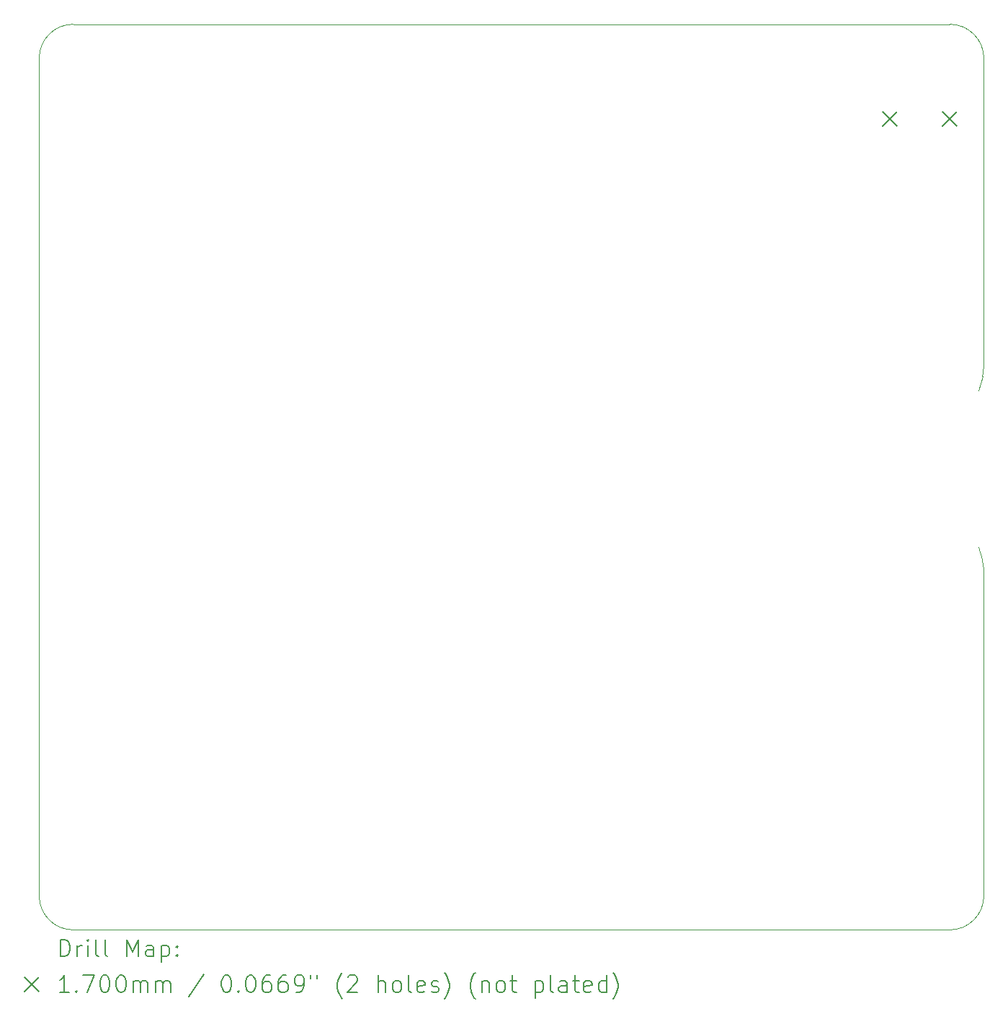
<source format=gbr>
%TF.GenerationSoftware,KiCad,Pcbnew,7.0.1*%
%TF.CreationDate,2023-05-08T17:52:46-07:00*%
%TF.ProjectId,expansionboardA,65787061-6e73-4696-9f6e-626f61726441,3*%
%TF.SameCoordinates,Original*%
%TF.FileFunction,Drillmap*%
%TF.FilePolarity,Positive*%
%FSLAX45Y45*%
G04 Gerber Fmt 4.5, Leading zero omitted, Abs format (unit mm)*
G04 Created by KiCad (PCBNEW 7.0.1) date 2023-05-08 17:52:46*
%MOMM*%
%LPD*%
G01*
G04 APERTURE LIST*
%ADD10C,0.010000*%
%ADD11C,0.200000*%
%ADD12C,0.170000*%
G04 APERTURE END LIST*
D10*
X13309599Y-8214711D02*
G75*
G03*
X13291236Y-8094903I-400019J2D01*
G01*
X2609800Y-12450800D02*
X12909600Y-12450800D01*
X13309600Y-2210000D02*
G75*
G03*
X12909600Y-1810000I-400000J0D01*
G01*
X13309600Y-12050800D02*
X13309600Y-8214711D01*
X2209800Y-12050800D02*
G75*
G03*
X2609800Y-12450800I400000J0D01*
G01*
X2609800Y-1810000D02*
G75*
G03*
X2209800Y-2210000I0J-400000D01*
G01*
X13294218Y-5946654D02*
G75*
G03*
X13309600Y-5836792I-384658J109864D01*
G01*
X12909600Y-12450800D02*
G75*
G03*
X13309600Y-12050800I0J400000D01*
G01*
X12909600Y-1810000D02*
X2609800Y-1810000D01*
X2209800Y-2210000D02*
X2209800Y-12050800D01*
X13309600Y-5836792D02*
X13309600Y-2210000D01*
X13245200Y-6118260D02*
X13294217Y-5946654D01*
X13291236Y-8094903D02*
X13245200Y-7948260D01*
D11*
D12*
X12119960Y-2839380D02*
X12289960Y-3009380D01*
X12289960Y-2839380D02*
X12119960Y-3009380D01*
X12819960Y-2839380D02*
X12989960Y-3009380D01*
X12989960Y-2839380D02*
X12819960Y-3009380D01*
D11*
X2456919Y-12763824D02*
X2456919Y-12563824D01*
X2456919Y-12563824D02*
X2504538Y-12563824D01*
X2504538Y-12563824D02*
X2533110Y-12573348D01*
X2533110Y-12573348D02*
X2552157Y-12592395D01*
X2552157Y-12592395D02*
X2561681Y-12611443D01*
X2561681Y-12611443D02*
X2571205Y-12649538D01*
X2571205Y-12649538D02*
X2571205Y-12678109D01*
X2571205Y-12678109D02*
X2561681Y-12716205D01*
X2561681Y-12716205D02*
X2552157Y-12735252D01*
X2552157Y-12735252D02*
X2533110Y-12754300D01*
X2533110Y-12754300D02*
X2504538Y-12763824D01*
X2504538Y-12763824D02*
X2456919Y-12763824D01*
X2656919Y-12763824D02*
X2656919Y-12630490D01*
X2656919Y-12668586D02*
X2666443Y-12649538D01*
X2666443Y-12649538D02*
X2675967Y-12640014D01*
X2675967Y-12640014D02*
X2695014Y-12630490D01*
X2695014Y-12630490D02*
X2714062Y-12630490D01*
X2780729Y-12763824D02*
X2780729Y-12630490D01*
X2780729Y-12563824D02*
X2771205Y-12573348D01*
X2771205Y-12573348D02*
X2780729Y-12582871D01*
X2780729Y-12582871D02*
X2790252Y-12573348D01*
X2790252Y-12573348D02*
X2780729Y-12563824D01*
X2780729Y-12563824D02*
X2780729Y-12582871D01*
X2904538Y-12763824D02*
X2885490Y-12754300D01*
X2885490Y-12754300D02*
X2875967Y-12735252D01*
X2875967Y-12735252D02*
X2875967Y-12563824D01*
X3009300Y-12763824D02*
X2990252Y-12754300D01*
X2990252Y-12754300D02*
X2980728Y-12735252D01*
X2980728Y-12735252D02*
X2980728Y-12563824D01*
X3237871Y-12763824D02*
X3237871Y-12563824D01*
X3237871Y-12563824D02*
X3304538Y-12706681D01*
X3304538Y-12706681D02*
X3371205Y-12563824D01*
X3371205Y-12563824D02*
X3371205Y-12763824D01*
X3552157Y-12763824D02*
X3552157Y-12659062D01*
X3552157Y-12659062D02*
X3542633Y-12640014D01*
X3542633Y-12640014D02*
X3523586Y-12630490D01*
X3523586Y-12630490D02*
X3485490Y-12630490D01*
X3485490Y-12630490D02*
X3466443Y-12640014D01*
X3552157Y-12754300D02*
X3533109Y-12763824D01*
X3533109Y-12763824D02*
X3485490Y-12763824D01*
X3485490Y-12763824D02*
X3466443Y-12754300D01*
X3466443Y-12754300D02*
X3456919Y-12735252D01*
X3456919Y-12735252D02*
X3456919Y-12716205D01*
X3456919Y-12716205D02*
X3466443Y-12697157D01*
X3466443Y-12697157D02*
X3485490Y-12687633D01*
X3485490Y-12687633D02*
X3533109Y-12687633D01*
X3533109Y-12687633D02*
X3552157Y-12678109D01*
X3647395Y-12630490D02*
X3647395Y-12830490D01*
X3647395Y-12640014D02*
X3666443Y-12630490D01*
X3666443Y-12630490D02*
X3704538Y-12630490D01*
X3704538Y-12630490D02*
X3723586Y-12640014D01*
X3723586Y-12640014D02*
X3733109Y-12649538D01*
X3733109Y-12649538D02*
X3742633Y-12668586D01*
X3742633Y-12668586D02*
X3742633Y-12725728D01*
X3742633Y-12725728D02*
X3733109Y-12744776D01*
X3733109Y-12744776D02*
X3723586Y-12754300D01*
X3723586Y-12754300D02*
X3704538Y-12763824D01*
X3704538Y-12763824D02*
X3666443Y-12763824D01*
X3666443Y-12763824D02*
X3647395Y-12754300D01*
X3828348Y-12744776D02*
X3837871Y-12754300D01*
X3837871Y-12754300D02*
X3828348Y-12763824D01*
X3828348Y-12763824D02*
X3818824Y-12754300D01*
X3818824Y-12754300D02*
X3828348Y-12744776D01*
X3828348Y-12744776D02*
X3828348Y-12763824D01*
X3828348Y-12640014D02*
X3837871Y-12649538D01*
X3837871Y-12649538D02*
X3828348Y-12659062D01*
X3828348Y-12659062D02*
X3818824Y-12649538D01*
X3818824Y-12649538D02*
X3828348Y-12640014D01*
X3828348Y-12640014D02*
X3828348Y-12659062D01*
D12*
X2039300Y-13006300D02*
X2209300Y-13176300D01*
X2209300Y-13006300D02*
X2039300Y-13176300D01*
D11*
X2561681Y-13183824D02*
X2447395Y-13183824D01*
X2504538Y-13183824D02*
X2504538Y-12983824D01*
X2504538Y-12983824D02*
X2485490Y-13012395D01*
X2485490Y-13012395D02*
X2466443Y-13031443D01*
X2466443Y-13031443D02*
X2447395Y-13040967D01*
X2647395Y-13164776D02*
X2656919Y-13174300D01*
X2656919Y-13174300D02*
X2647395Y-13183824D01*
X2647395Y-13183824D02*
X2637871Y-13174300D01*
X2637871Y-13174300D02*
X2647395Y-13164776D01*
X2647395Y-13164776D02*
X2647395Y-13183824D01*
X2723586Y-12983824D02*
X2856919Y-12983824D01*
X2856919Y-12983824D02*
X2771205Y-13183824D01*
X2971205Y-12983824D02*
X2990252Y-12983824D01*
X2990252Y-12983824D02*
X3009300Y-12993348D01*
X3009300Y-12993348D02*
X3018824Y-13002871D01*
X3018824Y-13002871D02*
X3028348Y-13021919D01*
X3028348Y-13021919D02*
X3037871Y-13060014D01*
X3037871Y-13060014D02*
X3037871Y-13107633D01*
X3037871Y-13107633D02*
X3028348Y-13145728D01*
X3028348Y-13145728D02*
X3018824Y-13164776D01*
X3018824Y-13164776D02*
X3009300Y-13174300D01*
X3009300Y-13174300D02*
X2990252Y-13183824D01*
X2990252Y-13183824D02*
X2971205Y-13183824D01*
X2971205Y-13183824D02*
X2952157Y-13174300D01*
X2952157Y-13174300D02*
X2942633Y-13164776D01*
X2942633Y-13164776D02*
X2933109Y-13145728D01*
X2933109Y-13145728D02*
X2923586Y-13107633D01*
X2923586Y-13107633D02*
X2923586Y-13060014D01*
X2923586Y-13060014D02*
X2933109Y-13021919D01*
X2933109Y-13021919D02*
X2942633Y-13002871D01*
X2942633Y-13002871D02*
X2952157Y-12993348D01*
X2952157Y-12993348D02*
X2971205Y-12983824D01*
X3161681Y-12983824D02*
X3180729Y-12983824D01*
X3180729Y-12983824D02*
X3199776Y-12993348D01*
X3199776Y-12993348D02*
X3209300Y-13002871D01*
X3209300Y-13002871D02*
X3218824Y-13021919D01*
X3218824Y-13021919D02*
X3228348Y-13060014D01*
X3228348Y-13060014D02*
X3228348Y-13107633D01*
X3228348Y-13107633D02*
X3218824Y-13145728D01*
X3218824Y-13145728D02*
X3209300Y-13164776D01*
X3209300Y-13164776D02*
X3199776Y-13174300D01*
X3199776Y-13174300D02*
X3180729Y-13183824D01*
X3180729Y-13183824D02*
X3161681Y-13183824D01*
X3161681Y-13183824D02*
X3142633Y-13174300D01*
X3142633Y-13174300D02*
X3133109Y-13164776D01*
X3133109Y-13164776D02*
X3123586Y-13145728D01*
X3123586Y-13145728D02*
X3114062Y-13107633D01*
X3114062Y-13107633D02*
X3114062Y-13060014D01*
X3114062Y-13060014D02*
X3123586Y-13021919D01*
X3123586Y-13021919D02*
X3133109Y-13002871D01*
X3133109Y-13002871D02*
X3142633Y-12993348D01*
X3142633Y-12993348D02*
X3161681Y-12983824D01*
X3314062Y-13183824D02*
X3314062Y-13050490D01*
X3314062Y-13069538D02*
X3323586Y-13060014D01*
X3323586Y-13060014D02*
X3342633Y-13050490D01*
X3342633Y-13050490D02*
X3371205Y-13050490D01*
X3371205Y-13050490D02*
X3390252Y-13060014D01*
X3390252Y-13060014D02*
X3399776Y-13079062D01*
X3399776Y-13079062D02*
X3399776Y-13183824D01*
X3399776Y-13079062D02*
X3409300Y-13060014D01*
X3409300Y-13060014D02*
X3428348Y-13050490D01*
X3428348Y-13050490D02*
X3456919Y-13050490D01*
X3456919Y-13050490D02*
X3475967Y-13060014D01*
X3475967Y-13060014D02*
X3485490Y-13079062D01*
X3485490Y-13079062D02*
X3485490Y-13183824D01*
X3580729Y-13183824D02*
X3580729Y-13050490D01*
X3580729Y-13069538D02*
X3590252Y-13060014D01*
X3590252Y-13060014D02*
X3609300Y-13050490D01*
X3609300Y-13050490D02*
X3637871Y-13050490D01*
X3637871Y-13050490D02*
X3656919Y-13060014D01*
X3656919Y-13060014D02*
X3666443Y-13079062D01*
X3666443Y-13079062D02*
X3666443Y-13183824D01*
X3666443Y-13079062D02*
X3675967Y-13060014D01*
X3675967Y-13060014D02*
X3695014Y-13050490D01*
X3695014Y-13050490D02*
X3723586Y-13050490D01*
X3723586Y-13050490D02*
X3742633Y-13060014D01*
X3742633Y-13060014D02*
X3752157Y-13079062D01*
X3752157Y-13079062D02*
X3752157Y-13183824D01*
X4142633Y-12974300D02*
X3971205Y-13231443D01*
X4399776Y-12983824D02*
X4418824Y-12983824D01*
X4418824Y-12983824D02*
X4437872Y-12993348D01*
X4437872Y-12993348D02*
X4447395Y-13002871D01*
X4447395Y-13002871D02*
X4456919Y-13021919D01*
X4456919Y-13021919D02*
X4466443Y-13060014D01*
X4466443Y-13060014D02*
X4466443Y-13107633D01*
X4466443Y-13107633D02*
X4456919Y-13145728D01*
X4456919Y-13145728D02*
X4447395Y-13164776D01*
X4447395Y-13164776D02*
X4437872Y-13174300D01*
X4437872Y-13174300D02*
X4418824Y-13183824D01*
X4418824Y-13183824D02*
X4399776Y-13183824D01*
X4399776Y-13183824D02*
X4380729Y-13174300D01*
X4380729Y-13174300D02*
X4371205Y-13164776D01*
X4371205Y-13164776D02*
X4361681Y-13145728D01*
X4361681Y-13145728D02*
X4352157Y-13107633D01*
X4352157Y-13107633D02*
X4352157Y-13060014D01*
X4352157Y-13060014D02*
X4361681Y-13021919D01*
X4361681Y-13021919D02*
X4371205Y-13002871D01*
X4371205Y-13002871D02*
X4380729Y-12993348D01*
X4380729Y-12993348D02*
X4399776Y-12983824D01*
X4552157Y-13164776D02*
X4561681Y-13174300D01*
X4561681Y-13174300D02*
X4552157Y-13183824D01*
X4552157Y-13183824D02*
X4542634Y-13174300D01*
X4542634Y-13174300D02*
X4552157Y-13164776D01*
X4552157Y-13164776D02*
X4552157Y-13183824D01*
X4685491Y-12983824D02*
X4704538Y-12983824D01*
X4704538Y-12983824D02*
X4723586Y-12993348D01*
X4723586Y-12993348D02*
X4733110Y-13002871D01*
X4733110Y-13002871D02*
X4742634Y-13021919D01*
X4742634Y-13021919D02*
X4752157Y-13060014D01*
X4752157Y-13060014D02*
X4752157Y-13107633D01*
X4752157Y-13107633D02*
X4742634Y-13145728D01*
X4742634Y-13145728D02*
X4733110Y-13164776D01*
X4733110Y-13164776D02*
X4723586Y-13174300D01*
X4723586Y-13174300D02*
X4704538Y-13183824D01*
X4704538Y-13183824D02*
X4685491Y-13183824D01*
X4685491Y-13183824D02*
X4666443Y-13174300D01*
X4666443Y-13174300D02*
X4656919Y-13164776D01*
X4656919Y-13164776D02*
X4647395Y-13145728D01*
X4647395Y-13145728D02*
X4637872Y-13107633D01*
X4637872Y-13107633D02*
X4637872Y-13060014D01*
X4637872Y-13060014D02*
X4647395Y-13021919D01*
X4647395Y-13021919D02*
X4656919Y-13002871D01*
X4656919Y-13002871D02*
X4666443Y-12993348D01*
X4666443Y-12993348D02*
X4685491Y-12983824D01*
X4923586Y-12983824D02*
X4885491Y-12983824D01*
X4885491Y-12983824D02*
X4866443Y-12993348D01*
X4866443Y-12993348D02*
X4856919Y-13002871D01*
X4856919Y-13002871D02*
X4837872Y-13031443D01*
X4837872Y-13031443D02*
X4828348Y-13069538D01*
X4828348Y-13069538D02*
X4828348Y-13145728D01*
X4828348Y-13145728D02*
X4837872Y-13164776D01*
X4837872Y-13164776D02*
X4847395Y-13174300D01*
X4847395Y-13174300D02*
X4866443Y-13183824D01*
X4866443Y-13183824D02*
X4904538Y-13183824D01*
X4904538Y-13183824D02*
X4923586Y-13174300D01*
X4923586Y-13174300D02*
X4933110Y-13164776D01*
X4933110Y-13164776D02*
X4942634Y-13145728D01*
X4942634Y-13145728D02*
X4942634Y-13098109D01*
X4942634Y-13098109D02*
X4933110Y-13079062D01*
X4933110Y-13079062D02*
X4923586Y-13069538D01*
X4923586Y-13069538D02*
X4904538Y-13060014D01*
X4904538Y-13060014D02*
X4866443Y-13060014D01*
X4866443Y-13060014D02*
X4847395Y-13069538D01*
X4847395Y-13069538D02*
X4837872Y-13079062D01*
X4837872Y-13079062D02*
X4828348Y-13098109D01*
X5114062Y-12983824D02*
X5075967Y-12983824D01*
X5075967Y-12983824D02*
X5056919Y-12993348D01*
X5056919Y-12993348D02*
X5047395Y-13002871D01*
X5047395Y-13002871D02*
X5028348Y-13031443D01*
X5028348Y-13031443D02*
X5018824Y-13069538D01*
X5018824Y-13069538D02*
X5018824Y-13145728D01*
X5018824Y-13145728D02*
X5028348Y-13164776D01*
X5028348Y-13164776D02*
X5037872Y-13174300D01*
X5037872Y-13174300D02*
X5056919Y-13183824D01*
X5056919Y-13183824D02*
X5095015Y-13183824D01*
X5095015Y-13183824D02*
X5114062Y-13174300D01*
X5114062Y-13174300D02*
X5123586Y-13164776D01*
X5123586Y-13164776D02*
X5133110Y-13145728D01*
X5133110Y-13145728D02*
X5133110Y-13098109D01*
X5133110Y-13098109D02*
X5123586Y-13079062D01*
X5123586Y-13079062D02*
X5114062Y-13069538D01*
X5114062Y-13069538D02*
X5095015Y-13060014D01*
X5095015Y-13060014D02*
X5056919Y-13060014D01*
X5056919Y-13060014D02*
X5037872Y-13069538D01*
X5037872Y-13069538D02*
X5028348Y-13079062D01*
X5028348Y-13079062D02*
X5018824Y-13098109D01*
X5228348Y-13183824D02*
X5266443Y-13183824D01*
X5266443Y-13183824D02*
X5285491Y-13174300D01*
X5285491Y-13174300D02*
X5295015Y-13164776D01*
X5295015Y-13164776D02*
X5314062Y-13136205D01*
X5314062Y-13136205D02*
X5323586Y-13098109D01*
X5323586Y-13098109D02*
X5323586Y-13021919D01*
X5323586Y-13021919D02*
X5314062Y-13002871D01*
X5314062Y-13002871D02*
X5304538Y-12993348D01*
X5304538Y-12993348D02*
X5285491Y-12983824D01*
X5285491Y-12983824D02*
X5247395Y-12983824D01*
X5247395Y-12983824D02*
X5228348Y-12993348D01*
X5228348Y-12993348D02*
X5218824Y-13002871D01*
X5218824Y-13002871D02*
X5209300Y-13021919D01*
X5209300Y-13021919D02*
X5209300Y-13069538D01*
X5209300Y-13069538D02*
X5218824Y-13088586D01*
X5218824Y-13088586D02*
X5228348Y-13098109D01*
X5228348Y-13098109D02*
X5247395Y-13107633D01*
X5247395Y-13107633D02*
X5285491Y-13107633D01*
X5285491Y-13107633D02*
X5304538Y-13098109D01*
X5304538Y-13098109D02*
X5314062Y-13088586D01*
X5314062Y-13088586D02*
X5323586Y-13069538D01*
X5399776Y-12983824D02*
X5399776Y-13021919D01*
X5475967Y-12983824D02*
X5475967Y-13021919D01*
X5771205Y-13260014D02*
X5761681Y-13250490D01*
X5761681Y-13250490D02*
X5742634Y-13221919D01*
X5742634Y-13221919D02*
X5733110Y-13202871D01*
X5733110Y-13202871D02*
X5723586Y-13174300D01*
X5723586Y-13174300D02*
X5714062Y-13126681D01*
X5714062Y-13126681D02*
X5714062Y-13088586D01*
X5714062Y-13088586D02*
X5723586Y-13040967D01*
X5723586Y-13040967D02*
X5733110Y-13012395D01*
X5733110Y-13012395D02*
X5742634Y-12993348D01*
X5742634Y-12993348D02*
X5761681Y-12964776D01*
X5761681Y-12964776D02*
X5771205Y-12955252D01*
X5837872Y-13002871D02*
X5847395Y-12993348D01*
X5847395Y-12993348D02*
X5866443Y-12983824D01*
X5866443Y-12983824D02*
X5914062Y-12983824D01*
X5914062Y-12983824D02*
X5933110Y-12993348D01*
X5933110Y-12993348D02*
X5942634Y-13002871D01*
X5942634Y-13002871D02*
X5952157Y-13021919D01*
X5952157Y-13021919D02*
X5952157Y-13040967D01*
X5952157Y-13040967D02*
X5942634Y-13069538D01*
X5942634Y-13069538D02*
X5828348Y-13183824D01*
X5828348Y-13183824D02*
X5952157Y-13183824D01*
X6190253Y-13183824D02*
X6190253Y-12983824D01*
X6275967Y-13183824D02*
X6275967Y-13079062D01*
X6275967Y-13079062D02*
X6266443Y-13060014D01*
X6266443Y-13060014D02*
X6247396Y-13050490D01*
X6247396Y-13050490D02*
X6218824Y-13050490D01*
X6218824Y-13050490D02*
X6199776Y-13060014D01*
X6199776Y-13060014D02*
X6190253Y-13069538D01*
X6399776Y-13183824D02*
X6380729Y-13174300D01*
X6380729Y-13174300D02*
X6371205Y-13164776D01*
X6371205Y-13164776D02*
X6361681Y-13145728D01*
X6361681Y-13145728D02*
X6361681Y-13088586D01*
X6361681Y-13088586D02*
X6371205Y-13069538D01*
X6371205Y-13069538D02*
X6380729Y-13060014D01*
X6380729Y-13060014D02*
X6399776Y-13050490D01*
X6399776Y-13050490D02*
X6428348Y-13050490D01*
X6428348Y-13050490D02*
X6447396Y-13060014D01*
X6447396Y-13060014D02*
X6456919Y-13069538D01*
X6456919Y-13069538D02*
X6466443Y-13088586D01*
X6466443Y-13088586D02*
X6466443Y-13145728D01*
X6466443Y-13145728D02*
X6456919Y-13164776D01*
X6456919Y-13164776D02*
X6447396Y-13174300D01*
X6447396Y-13174300D02*
X6428348Y-13183824D01*
X6428348Y-13183824D02*
X6399776Y-13183824D01*
X6580729Y-13183824D02*
X6561681Y-13174300D01*
X6561681Y-13174300D02*
X6552157Y-13155252D01*
X6552157Y-13155252D02*
X6552157Y-12983824D01*
X6733110Y-13174300D02*
X6714062Y-13183824D01*
X6714062Y-13183824D02*
X6675967Y-13183824D01*
X6675967Y-13183824D02*
X6656919Y-13174300D01*
X6656919Y-13174300D02*
X6647396Y-13155252D01*
X6647396Y-13155252D02*
X6647396Y-13079062D01*
X6647396Y-13079062D02*
X6656919Y-13060014D01*
X6656919Y-13060014D02*
X6675967Y-13050490D01*
X6675967Y-13050490D02*
X6714062Y-13050490D01*
X6714062Y-13050490D02*
X6733110Y-13060014D01*
X6733110Y-13060014D02*
X6742634Y-13079062D01*
X6742634Y-13079062D02*
X6742634Y-13098109D01*
X6742634Y-13098109D02*
X6647396Y-13117157D01*
X6818824Y-13174300D02*
X6837872Y-13183824D01*
X6837872Y-13183824D02*
X6875967Y-13183824D01*
X6875967Y-13183824D02*
X6895015Y-13174300D01*
X6895015Y-13174300D02*
X6904538Y-13155252D01*
X6904538Y-13155252D02*
X6904538Y-13145728D01*
X6904538Y-13145728D02*
X6895015Y-13126681D01*
X6895015Y-13126681D02*
X6875967Y-13117157D01*
X6875967Y-13117157D02*
X6847396Y-13117157D01*
X6847396Y-13117157D02*
X6828348Y-13107633D01*
X6828348Y-13107633D02*
X6818824Y-13088586D01*
X6818824Y-13088586D02*
X6818824Y-13079062D01*
X6818824Y-13079062D02*
X6828348Y-13060014D01*
X6828348Y-13060014D02*
X6847396Y-13050490D01*
X6847396Y-13050490D02*
X6875967Y-13050490D01*
X6875967Y-13050490D02*
X6895015Y-13060014D01*
X6971205Y-13260014D02*
X6980729Y-13250490D01*
X6980729Y-13250490D02*
X6999777Y-13221919D01*
X6999777Y-13221919D02*
X7009300Y-13202871D01*
X7009300Y-13202871D02*
X7018824Y-13174300D01*
X7018824Y-13174300D02*
X7028348Y-13126681D01*
X7028348Y-13126681D02*
X7028348Y-13088586D01*
X7028348Y-13088586D02*
X7018824Y-13040967D01*
X7018824Y-13040967D02*
X7009300Y-13012395D01*
X7009300Y-13012395D02*
X6999777Y-12993348D01*
X6999777Y-12993348D02*
X6980729Y-12964776D01*
X6980729Y-12964776D02*
X6971205Y-12955252D01*
X7333110Y-13260014D02*
X7323586Y-13250490D01*
X7323586Y-13250490D02*
X7304538Y-13221919D01*
X7304538Y-13221919D02*
X7295015Y-13202871D01*
X7295015Y-13202871D02*
X7285491Y-13174300D01*
X7285491Y-13174300D02*
X7275967Y-13126681D01*
X7275967Y-13126681D02*
X7275967Y-13088586D01*
X7275967Y-13088586D02*
X7285491Y-13040967D01*
X7285491Y-13040967D02*
X7295015Y-13012395D01*
X7295015Y-13012395D02*
X7304538Y-12993348D01*
X7304538Y-12993348D02*
X7323586Y-12964776D01*
X7323586Y-12964776D02*
X7333110Y-12955252D01*
X7409300Y-13050490D02*
X7409300Y-13183824D01*
X7409300Y-13069538D02*
X7418824Y-13060014D01*
X7418824Y-13060014D02*
X7437872Y-13050490D01*
X7437872Y-13050490D02*
X7466443Y-13050490D01*
X7466443Y-13050490D02*
X7485491Y-13060014D01*
X7485491Y-13060014D02*
X7495015Y-13079062D01*
X7495015Y-13079062D02*
X7495015Y-13183824D01*
X7618824Y-13183824D02*
X7599777Y-13174300D01*
X7599777Y-13174300D02*
X7590253Y-13164776D01*
X7590253Y-13164776D02*
X7580729Y-13145728D01*
X7580729Y-13145728D02*
X7580729Y-13088586D01*
X7580729Y-13088586D02*
X7590253Y-13069538D01*
X7590253Y-13069538D02*
X7599777Y-13060014D01*
X7599777Y-13060014D02*
X7618824Y-13050490D01*
X7618824Y-13050490D02*
X7647396Y-13050490D01*
X7647396Y-13050490D02*
X7666443Y-13060014D01*
X7666443Y-13060014D02*
X7675967Y-13069538D01*
X7675967Y-13069538D02*
X7685491Y-13088586D01*
X7685491Y-13088586D02*
X7685491Y-13145728D01*
X7685491Y-13145728D02*
X7675967Y-13164776D01*
X7675967Y-13164776D02*
X7666443Y-13174300D01*
X7666443Y-13174300D02*
X7647396Y-13183824D01*
X7647396Y-13183824D02*
X7618824Y-13183824D01*
X7742634Y-13050490D02*
X7818824Y-13050490D01*
X7771205Y-12983824D02*
X7771205Y-13155252D01*
X7771205Y-13155252D02*
X7780729Y-13174300D01*
X7780729Y-13174300D02*
X7799777Y-13183824D01*
X7799777Y-13183824D02*
X7818824Y-13183824D01*
X8037872Y-13050490D02*
X8037872Y-13250490D01*
X8037872Y-13060014D02*
X8056919Y-13050490D01*
X8056919Y-13050490D02*
X8095015Y-13050490D01*
X8095015Y-13050490D02*
X8114062Y-13060014D01*
X8114062Y-13060014D02*
X8123586Y-13069538D01*
X8123586Y-13069538D02*
X8133110Y-13088586D01*
X8133110Y-13088586D02*
X8133110Y-13145728D01*
X8133110Y-13145728D02*
X8123586Y-13164776D01*
X8123586Y-13164776D02*
X8114062Y-13174300D01*
X8114062Y-13174300D02*
X8095015Y-13183824D01*
X8095015Y-13183824D02*
X8056919Y-13183824D01*
X8056919Y-13183824D02*
X8037872Y-13174300D01*
X8247396Y-13183824D02*
X8228348Y-13174300D01*
X8228348Y-13174300D02*
X8218824Y-13155252D01*
X8218824Y-13155252D02*
X8218824Y-12983824D01*
X8409301Y-13183824D02*
X8409301Y-13079062D01*
X8409301Y-13079062D02*
X8399777Y-13060014D01*
X8399777Y-13060014D02*
X8380729Y-13050490D01*
X8380729Y-13050490D02*
X8342634Y-13050490D01*
X8342634Y-13050490D02*
X8323586Y-13060014D01*
X8409301Y-13174300D02*
X8390253Y-13183824D01*
X8390253Y-13183824D02*
X8342634Y-13183824D01*
X8342634Y-13183824D02*
X8323586Y-13174300D01*
X8323586Y-13174300D02*
X8314062Y-13155252D01*
X8314062Y-13155252D02*
X8314062Y-13136205D01*
X8314062Y-13136205D02*
X8323586Y-13117157D01*
X8323586Y-13117157D02*
X8342634Y-13107633D01*
X8342634Y-13107633D02*
X8390253Y-13107633D01*
X8390253Y-13107633D02*
X8409301Y-13098109D01*
X8475967Y-13050490D02*
X8552158Y-13050490D01*
X8504539Y-12983824D02*
X8504539Y-13155252D01*
X8504539Y-13155252D02*
X8514062Y-13174300D01*
X8514062Y-13174300D02*
X8533110Y-13183824D01*
X8533110Y-13183824D02*
X8552158Y-13183824D01*
X8695015Y-13174300D02*
X8675967Y-13183824D01*
X8675967Y-13183824D02*
X8637872Y-13183824D01*
X8637872Y-13183824D02*
X8618824Y-13174300D01*
X8618824Y-13174300D02*
X8609301Y-13155252D01*
X8609301Y-13155252D02*
X8609301Y-13079062D01*
X8609301Y-13079062D02*
X8618824Y-13060014D01*
X8618824Y-13060014D02*
X8637872Y-13050490D01*
X8637872Y-13050490D02*
X8675967Y-13050490D01*
X8675967Y-13050490D02*
X8695015Y-13060014D01*
X8695015Y-13060014D02*
X8704539Y-13079062D01*
X8704539Y-13079062D02*
X8704539Y-13098109D01*
X8704539Y-13098109D02*
X8609301Y-13117157D01*
X8875967Y-13183824D02*
X8875967Y-12983824D01*
X8875967Y-13174300D02*
X8856920Y-13183824D01*
X8856920Y-13183824D02*
X8818824Y-13183824D01*
X8818824Y-13183824D02*
X8799777Y-13174300D01*
X8799777Y-13174300D02*
X8790253Y-13164776D01*
X8790253Y-13164776D02*
X8780729Y-13145728D01*
X8780729Y-13145728D02*
X8780729Y-13088586D01*
X8780729Y-13088586D02*
X8790253Y-13069538D01*
X8790253Y-13069538D02*
X8799777Y-13060014D01*
X8799777Y-13060014D02*
X8818824Y-13050490D01*
X8818824Y-13050490D02*
X8856920Y-13050490D01*
X8856920Y-13050490D02*
X8875967Y-13060014D01*
X8952158Y-13260014D02*
X8961682Y-13250490D01*
X8961682Y-13250490D02*
X8980729Y-13221919D01*
X8980729Y-13221919D02*
X8990253Y-13202871D01*
X8990253Y-13202871D02*
X8999777Y-13174300D01*
X8999777Y-13174300D02*
X9009301Y-13126681D01*
X9009301Y-13126681D02*
X9009301Y-13088586D01*
X9009301Y-13088586D02*
X8999777Y-13040967D01*
X8999777Y-13040967D02*
X8990253Y-13012395D01*
X8990253Y-13012395D02*
X8980729Y-12993348D01*
X8980729Y-12993348D02*
X8961682Y-12964776D01*
X8961682Y-12964776D02*
X8952158Y-12955252D01*
M02*

</source>
